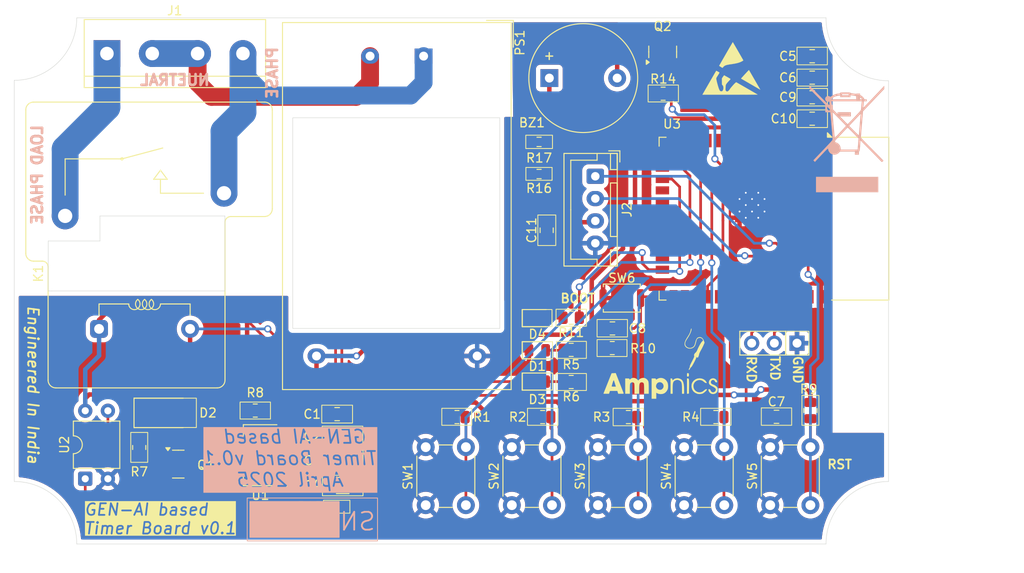
<source format=kicad_pcb>
(kicad_pcb (version 20241229) (generator "pcbnew") (generator_version "9.0")
  (layers (0 "F.Cu" signal) (2 "B.Cu" signal) (13 "F.Paste" user) (15 "B.Paste" user) (5 "F.SilkS" user "F.Silkscreen") (7 "B.SilkS" user "B.Silkscreen") (1 "F.Mask" user) (3 "B.Mask" user) (25 "Edge.Cuts" user))
  (net 0 "")
  (net 1 "BUZZ_5V")
  (net 2 "Net-(BZ1--)")
  (net 3 "GND")
  (net 4 "+5V")
  (net 5 "+3.3V")
  (net 6 "MCU_3V3")
  (net 7 "EN{slash}RESET")
  (net 8 "IO0{slash}BOOT")
  (net 9 "DSP_5V")
  (net 10 "Net-(D1-A)")
  (net 11 "RLY_5V")
  (net 12 "Net-(D2-A)")
  (net 13 "Net-(D3-A)")
  (net 14 "Net-(D4-A)")
  (net 15 "P")
  (net 16 "LOAD_P")
  (net 17 "N")
  (net 18 "SCL{slash}IO22")
  (net 19 "SDA{slash}IO21")
  (net 20 "RXD")
  (net 21 "TXD")
  (net 22 "Net-(Q1-B)")
  (net 23 "Net-(Q2-B)")
  (net 24 "S1{slash}IO12")
  (net 25 "S2{slash}IO13")
  (net 26 "S3{slash}IO14")
  (net 27 "S4{slash}IO27")
  (net 28 "Net-(R7-Pad1)")
  (net 29 "LED1{slash}IO2")
  (net 30 "BUZZ{slash}IO17")
  (net 31 "RLY{slash}IO18")
  (footprint "Button_Switch_THT:SW_PUSH_6mm" (layer "F.Cu") (at 126.75 120.6 90)
    (property "Reference" "SW2")
    (property "Value" "SW_Push")
  )
  (footprint "Resistor_SMD:R_0805_2012Metric" (layer "F.Cu") (at 160.2 110 90)
    (property "Reference" "R9")
    (property "Value" "10K")
  )
  (footprint "LED_SMD:LED_0805_2012Metric" (layer "F.Cu") (at 129.6 103.245)
    (property "Reference" "D1")
    (property "Value" "LED")
  )
  (footprint "Capacitor_SMD:C_0805_2012Metric" (layer "F.Cu") (at 107.175 110.4)
    (property "Reference" "C1")
    (property "Value" "0.1uF")
  )
  (footprint "Capacitor_SMD:C_0805_2012Metric" (layer "F.Cu") (at 160.4 77.3)
    (property "Reference" "C10")
    (property "Value" "0.1uF")
  )
  (footprint "TerminalBlock:TerminalBlock_bornier-4_P5.08mm" (layer "F.Cu") (at 81.38 70)
    (property "Reference" "J1")
    (property "Value" "Screw_Terminal_01x04")
  )
  (footprint "Diode_SMD:D_SMA" (layer "F.Cu") (at 87.925 110.2625)
    (property "Reference" "D2")
    (property "Value" "SS24")
  )
  (footprint "Buzzer_Beeper:Buzzer_12x9.5RM7.6" (layer "F.Cu") (at 130.95 72.75)
    (property "Reference" "BZ1")
    (property "Value" "Buzzer")
  )
  (footprint "Symbol:ESD-Logo_6.6x6mm_SilkScreen" (layer "F.Cu") (at 151.35 71.65)
    (property "Reference" "REF**" (hide yes))
    (property "Value" "ESD-Logo_6.6x6mm_SilkScreen" (hide yes))
  )
  (footprint "Resistor_SMD:R_0805_2012Metric" (layer "F.Cu") (at 133.4 106.8 180)
    (property "Reference" "R6")
    (property "Value" "1k")
  )
  (footprint "Resistor_SMD:R_0805_2012Metric" (layer "F.Cu") (at 120.6 110.73 180)
    (property "Reference" "R1")
    (property "Value" "10K")
  )
  (footprint "Connector_PinSocket_2.54mm:PinSocket_1x03_P2.54mm_Vertical" (layer "F.Cu") (at 158.7 102.45 -90)
    (property "Reference" "J3" (hide yes))
    (property "Value" "Conn_01x03_Pin")
  )
  (footprint "Button_Switch_SMD:SW_Push_SPST_NO_Alps_SKRK" (layer "F.Cu") (at 139.07 97.4)
    (property "Reference" "SW6")
    (property "Value" "SW_Push")
  )
  (footprint "Resistor_SMD:R_0603_1608Metric" (layer "F.Cu") (at 129.8 83.5)
    (property "Reference" "R16")
    (property "Value" "0R")
  )
  (footprint "Button_Switch_THT:SW_PUSH_6mm" (layer "F.Cu") (at 155.7 120.6 90)
    (property "Reference" "SW5")
    (property "Value" "SW_Push")
  )
  (footprint "Resistor_SMD:R_0805_2012Metric" (layer "F.Cu") (at 143.7 74.5)
    (property "Reference" "R14")
    (property "Value" "330R")
  )
  (footprint "LED_SMD:LED_0805_2012Metric" (layer "F.Cu") (at 129.6 106.755)
    (property "Reference" "D3")
    (property "Value" "LED")
  )
  (footprint "Logos:ampnics_20x20mm" (layer "F.Cu") (at 143.45 107.4)
    (property "Reference" "G***" (hide yes))
    (property "Value" "LOGO" (hide yes))
  )
  (footprint "Converter_ACDC:Converter_ACDC_Hi-Link_HLK-5Mxx" (layer "F.Cu") (at 116.8625 70.2875 -90)
    (property "Reference" "PS1")
    (property "Value" "HLK-5M05")
  )
  (footprint "LED_SMD:LED_0805_2012Metric" (layer "F.Cu") (at 129.6 99.645)
    (property "Reference" "D4")
    (property "Value" "LED")
  )
  (footprint "Capacitor_SMD:C_0805_2012Metric" (layer "F.Cu") (at 130.65 89.8 90)
    (property "Reference" "C11")
    (property "Value" "0.1uF")
  )
  (footprint "Package_TO_SOT_SMD:SOT-23" (layer "F.Cu") (at 89.375 116)
    (property "Reference" "Q1")
    (property "Value" "MMBT2222A")
  )
  (footprint "Capacitor_SMD:C_1206_3216Metric" (layer "F.Cu") (at 107.775 112.9)
    (property "Reference" "C2")
    (property "Value" "10uF/25V")
  )
  (footprint "Capacitor_SMD:C_0805_2012Metric" (layer "F.Cu") (at 160.4 70.3)
    (property "Reference" "C5")
    (property "Value" "0.1uF")
  )
  (footprint "RF_Module:ESP32-WROOM-32D" (layer "F.Cu") (at 153.13 88.5 -90)
    (property "Reference" "U3")
    (property "Value" "ESP32-WROOM-32D")
  )
  (footprint "Capacitor_SMD:C_1206_3216Metric" (layer "F.Cu") (at 107.8 118.4)
    (property "Reference" "C4")
    (property "Value" "10uF")
  )
  (footprint "Button_Switch_THT:SW_PUSH_6mm" (layer "F.Cu") (at 117.1 120.6 90)
    (property "Reference" "SW1")
    (property "Value" "SW_Push")
  )
  (footprint "Capacitor_SMD:C_1206_3216Metric" (layer "F.Cu") (at 107.8 115.6)
    (property "Reference" "C3")
    (property "Value" "10uF")
  )
  (footprint "Button_Switch_THT:SW_PUSH_6mm" (layer "F.Cu") (at 146.05 120.6 90)
    (property "Reference" "SW4")
    (property "Value" "SW_Push")
  )
  (footprint "Capacitor_SMD:C_0805_2012Metric" (layer "F.Cu") (at 160.4 74.9)
    (property "Reference" "C9")
    (property "Value" "0.1uF")
  )
  (footprint "Relay_THT:Relay_SPST_RAYEX-L90AS" (layer "F.Cu") (at 85.6 103.39 90)
    (property "Reference" "K1")
    (property "Value" "RAYEX-L90AS")
  )
  (footprint "Capacitor_SMD:C_0805_2012Metric" (layer "F.Cu") (at 160.4 72.7)
    (property "Reference" "C6")
    (property "Value" "0.1uF")
  )
  (footprint "Package_TO_SOT_SMD:SOT-23" (layer "F.Cu") (at 143.65 69.8125 90)
    (property "Reference" "Q2")
    (property "Value" "MMBT2222A")
  )
  (footprint "Resistor_SMD:R_0805_2012Metric" (layer "F.Cu") (at 149.6 110.73 180)
    (property "Reference" "R4")
    (property "Value" "10K")
  )
  (footprint "Resistor_SMD:R_0805_2012Metric" (layer "F.Cu") (at 133.4 103.2 180)
    (property "Reference" "R5")
    (property "Value" "2K2")
  )
  (footprint "Capacitor_SMD:C_0805_2012Metric" (layer "F.Cu") (at 138.02 100.8)
    (property "Reference" "C8")
    (property "Value" "0.1uF")
  )
  (footprint "Resistor_SMD:R_0805_2012Metric" (layer "F.Cu") (at 133.4 99.6 180)
    (property "Reference" "R11")
    (property "Value" "1K")
  )
  (footprint "Resistor_SMD:R_0603_1608Metric" (layer "F.Cu") (at 129.8 79.9)
    (property "Reference" "R17")
    (property "Value" "0R")
  )
  (footprint "Package_TO_SOT_SMD:SOT-223-3_TabPin2" (layer "F.Cu") (at 98.575 115 180)
    (property "Reference" "U1")
    (property "Value" "AMS1117-3.3")
  )
  (footprint "Resistor_SMD:R_0805_2012Metric" (layer "F.Cu") (at 98 110 180)
    (property "Reference" "R8")
    (property "Value" "0R")
  )
  (footprint "Package_DIP:DIP-4_W7.62mm" (layer "F.Cu") (at 78.95 117.6425 90)
    (property "Reference" "U2")
    (property "Value" "PC817")
  )
  (footprint "Resistor_SMD:R_0805_2012Metric" (layer "F.Cu") (at 85 114.1375 -90)
    (property "Reference" "R7")
    (property "Value" "1k")
  )
  (footprint "Button_Switch_THT:SW_PUSH_6mm" (layer "F.Cu") (at 136.4 120.6 90)
    (property "Reference" "SW3")
    (property "Value" "SW_Push")
  )
  (footprint "Capacitor_SMD:C_0805_2012Metric" (layer "F.Cu") (at 156.4 110.7)
    (property "Reference" "C7")
    (property "Value" "0.1uF")
  )
  (footprint "Resistor_SMD:R_0603_1608Metric" (layer "F.Cu") (at 107.15 120.8)
    (property "Reference" "R15")
    (property "Value" "0R")
  )
  (footprint "Resistor_SMD:R_0805_2012Metric" (layer "F.Cu") (at 130.2 110.73 180)
    (property "Reference" "R2")
    (property "Value" "10K")
  )
  (footprint "Resistor_SMD:R_0805_2012Metric" (layer "F.Cu") (at 139.8 110.73 180)
    (property "Reference" "R3")
    (property "Value" "10K")
  )
  (footprint "Resistor_SMD:R_0805_2012Metric" (layer "F.Cu") (at 138 103 180)
    (property "Reference" "R10")
    (property "Value" "10K")
  )
  (footprint "Connector_JST:JST_XH_B4B-XH-A_1x04_P2.50mm_Vertical" (layer "F.Cu") (at 136.1 83.75 -90)
    (property "Reference" "J2")
    (property "Value" "Conn_01x04_Pin")
  )
  (footprint "Symbol:WEEE-Logo_8.4x12mm_SilkScreen" (layer "B.Cu") (at 164.29 79.56 180)
    (property "Reference" "REF**" (hide yes))
    (property "Value" "WEEE-Logo_8.4x12mm_SilkScreen" (hide yes))
  )
  (gr_rect (start 105.45 109.4) (end 108.9 111.4) (stroke (width 0.1)) (fill no) (layer "F.SilkS"))
  (gr_rect (start 158.7 71.75) (end 162.11 73.65) (stroke (width 0.1)) (fill no) (layer "F.SilkS"))
  (gr_rect (start 129.66 88.09) (end 131.67 91.51) (stroke (width 0.1)) (fill no) (layer "F.SilkS"))
  (gr_rect (start 154.7 109.7) (end 158.1 111.65) (stroke (width 0.1)) (fill no) (layer "F.SilkS"))
  (gr_rect (start 157.43 101.12) (end 160.03 103.78) (stroke (width 0.1)) (fill no) (layer "F.SilkS"))
  (gr_rect (start 136.3 102.05) (end 139.65 103.95) (stroke (width 0.1)) (fill no) (layer "F.SilkS"))
  (gr_rect (start 128.5 109.75) (end 131.9 111.65) (stroke (width 0.1)) (fill no) (layer "F.SilkS"))
  (gr_rect (start 105.525 114.45) (end 110.075 116.75) (stroke (width 0.1)) (fill no) (layer "F.SilkS"))
  (gr_rect (start 96.3 109.05) (end 99.7 110.95) (stroke (width 0.1)) (fill no) (layer "F.SilkS"))
  (gr_rect (start 159.25 108.3) (end 161.15 111.65) (stroke (width 0.1)) (fill no) (layer "F.SilkS"))
  (gr_rect (start 131.75 102.25) (end 135.1 104.15) (stroke (width 0.1)) (fill no) (layer "F.SilkS"))
  (gr_rect (start 142.02 73.53) (end 145.41 75.42) (stroke (width 0.1)) (fill no) (layer "F.SilkS"))
  (gr_rect (start 127.915 98.685) (end 131.25 100.6) (stroke (width 0.1)) (fill no) (layer "F.SilkS"))
  (gr_rect (start 158.7 73.91) (end 162.11 75.87) (stroke (width 0.1)) (fill no) (layer "F.SilkS"))
  (gr_rect (start 138.1 109.75) (end 141.5 111.7) (stroke (width 0.1)) (fill no) (layer "F.SilkS"))
  (gr_rect (start 118.9 109.75) (end 122.25 111.65) (stroke (width 0.1)) (fill no) (layer "F.SilkS"))
  (gr_rect (start 147.9 109.75) (end 151.3 111.65) (stroke (width 0.1)) (fill no) (layer "F.SilkS"))
  (gr_rect (start 128.31 79.15) (end 131.3 80.64) (stroke (width 0.1)) (fill no) (layer "F.SilkS"))
  (gr_rect (start 105.65 120.05) (end 108.6 121.5) (stroke (width 0.1)) (fill no) (layer "F.SilkS"))
  (gr_rect (start 105.525 117.25) (end 110.075 119.55) (stroke (width 0.1)) (fill no) (layer "F.SilkS"))
  (gr_rect (start 127.915 102.285) (end 131.3 104.2) (stroke (width 0.1)) (fill no) (layer "F.SilkS"))
  (gr_rect (start 131.7 98.65) (end 135.1 100.55) (stroke (width 0.1)) (fill no) (layer "F.SilkS"))
  (gr_rect (start 127.915 105.795) (end 131.3 107.7) (stroke (width 0.1)) (fill no) (layer "F.SilkS"))
  (gr_rect (start 136.3 99.8) (end 139.7 101.75) (stroke (width 0.1)) (fill no) (layer "F.SilkS"))
  (gr_rect (start 105.5 111.75) (end 110.05 114.05) (stroke (width 0.1)) (fill no) (layer "F.SilkS"))
  (gr_rect (start 158.7 76.31) (end 162.11 78.29) (stroke (width 0.1)) (fill no) (layer "F.SilkS"))
  (gr_rect (start 84.05 112.45) (end 85.95 115.8) (stroke (width 0.1)) (fill no) (layer "F.SilkS"))
  (gr_rect (start 131.7 105.85) (end 135.1 107.75) (stroke (width 0.1)) (fill no) (layer "F.SilkS"))
  (gr_rect (start 128.32 82.76) (end 131.26 84.2) (stroke (width 0.1)) (fill no) (layer "F.SilkS"))
  (gr_rect (start 84.415 108.6125) (end 91.4 111.9) (stroke (width 0.1)) (fill no) (layer "F.SilkS"))
  (gr_rect (start 158.7 69.29) (end 162.1 71.26) (stroke (width 0.1)) (fill no) (layer "F.SilkS"))
  (gr_rect (start 97.4 120.2) (end 107.4 124.2) (stroke (width 0.1)) (fill yes) (layer "B.SilkS"))
  (gr_rect (start 97.1 119.8) (end 111.7 124.6) (stroke (width 0.1)) (fill no) (layer "B.SilkS"))
  (gr_arc (start 161.949747 124.949747) (mid 164 120) (end 168.949747 117.949747) (stroke (width 0.05)) (layer "Edge.Cuts"))
  (gr_line (start 75.2 96.6) (end 74.8 96.6) (stroke (width 0.05)) (layer "Edge.Cuts"))
  (gr_line (start 80.6 88.2) (end 94.6 88.2) (stroke (width 0.05)) (layer "Edge.Cuts"))
  (gr_line (start 94.6 88.2) (end 94.6 96.6) (stroke (width 0.05)) (layer "Edge.Cuts"))
  (gr_line (start 80.6 91) (end 74.8 91) (stroke (width 0.05)) (layer "Edge.Cuts"))
  (gr_rect (start 102.2 77.2) (end 125.4 100.8) (stroke (width 0.05)) (fill no) (layer "Edge.Cuts"))
  (gr_arc (start 78 66) (mid 75.949747 70.949747) (end 71 73) (stroke (width 0.05)) (layer "Edge.Cuts"))
  (gr_line (start 74.8 91) (end 74.8 96.6) (stroke (width 0.05)) (layer "Edge.Cuts"))
  (gr_line (start 71 73) (end 71 117.949747) (stroke (width 0.05)) (layer "Edge.Cuts"))
  (gr_arc (start 168.949747 73.050252) (mid 163.982265 70.982201) (end 161.949928 66) (stroke (width 0.05)) (layer "Edge.Cuts"))
  (gr_line (start 94.6 96.6) (end 75.2 96.6) (stroke (width 0.05)) (layer "Edge.Cuts"))
  (gr_arc (start 71 117.949747) (mid 75.949747 120) (end 78 124.949747) (stroke (width 0.05)) (layer "Edge.Cuts"))
  (gr_line (start 78.000002 124.949747) (end 161.949747 124.949747) (stroke (width 0.05)) (layer "Edge.Cuts"))
  (gr_line (start 168.94975 117.949747) (end 168.949747 73.050253) (stroke (width 0.05)) (layer "Edge.Cuts"))
  (gr_line (start 80.6 88.2) (end 80.6 91) (stroke (width 0.05)) (layer "Edge.Cuts"))
  (gr_line (start 78 66) (end 161.949928 66) (stroke (width 0.05)) (layer "Edge.Cuts"))
  (gr_text "RST" (at 161.99 116.62 0) (layer "F.SilkS") (effects (font (size 1 1) (thickness 0.2) (bold yes)) (justify left bottom)))
  (gr_text "Engineered In India" (at 72.4 98.15 270) (layer "F.SilkS") (effects (font (size 1.2 1.2) (thickness 0.2) (bold yes) (italic yes)) (justify left bottom)))
  (gr_text "GND" (at 158.2 103.78 270) (layer "F.SilkS") (effects (font (size 1 1) (thickness 0.2) (bold yes)) (justify left bottom)))
  (gr_text "BOOT" (at 132.09 98.02 0) (layer "F.SilkS") (effects (font (size 1 1) (thickness 0.2) (bold yes)) (justify left bottom)))
  (gr_text "GEN-AI based \nTimer Board v0.1" (at 78.75 123.95 0) (layer "F.SilkS" knockout) (effects (font (size 1.3 1.3) (thickness 0.2) (bold yes) (italic yes)) (justify left bottom)))
  (gr_text "RXD\n" (at 153 103.78 270) (layer "F.SilkS") (effects (font (size 1 1) (thickness 0.2) (bold yes)) (justify left bottom)))
  (gr_text "TXD" (at 155.65 103.78 270) (layer "F.SilkS") (effects (font (size 1 1) (thickness 0.2) (bold yes)) (justify left bottom)))
  (gr_text "LOAD PHASE" (at 74.27 77.85 90) (layer "B.SilkS") (effects (font (size 1.2 1.2) (thickness 0.3) (bold yes)) (justify left bottom mirror)))
  (gr_text "NUETRAL" (at 93.05 73.67 0) (layer "B.SilkS") (effects (font (size 1.2 1.2) (thickness 0.3) (bold yes)) (justify left bottom mirror)))
  (gr_text "GEN-AI based \nTimer Board v0.1\nApril 2025" (at 101.945 118.64 0) (layer "B.SilkS" knockout) (effects (font (size 1.5 1.5) (thickness 0.2) (bold yes) (italic yes)) (justify bottom mirror)))
  (gr_text "SN" (at 111.6 123.6 -0) (layer "B.SilkS") (effects (font (size 2 2) (thickness 0.2) (bold yes)) (justify left bottom mirror)))
  (gr_text "PHASE" (at 100.6 69.12 90) (layer "B.SilkS") (effects (font (size 1.2 1.2) (thickness 0.3) (bold yes)) (justify left bottom mirror)))
  (segment (start 130.95 72.75) (end 130.95 78.25) (width 0.5) (layer "F.Cu") (net 1))
  (segment (start 130.625 78.575) (end 130.625 79.9) (width 0.5) (layer "F.Cu") (net 1))
  (segment (start 130.95 78.25) (end 130.625 78.575) (width 0.5) (layer "F.Cu") (net 1))
  (segment (start 138.55 67.9) (end 138.55 72.75) (width 0.5) (layer "F.Cu") (net 2))
  (segment (start 143.65 68.875) (end 143.65 67.8) (width 0.5) (layer "F.Cu") (net 2))
  (segment (start 139.3 67.15) (end 138.55 67.9) (width 0.5) (layer "F.Cu") (net 2))
  (segment (start 143.65 67.8) (end 143 67.15) (width 0.5) (layer "F.Cu") (net 2))
  (segment (start 143 67.15) (end 139.3 67.15) (width 0.5) (layer "F.Cu") (net 2))
  (segment (start 125.8 102) (end 126.8 101) (width 0.5) (layer "F.Cu") (net 4))
  (segment (start 104.8625 106.8625) (end 106.325 108.325) (width 0.5) (layer "F.Cu") (net 4))
  (segment (start 101.725 112.7) (end 105 112.7) (width 0.5) (layer "F.Cu") (net 4))
  (segment (start 105 112.7) (end 105.2 112.9) (width 0.5) (layer "F.Cu") (net 4))
  (segment (start 105.2 112.9) (end 106.3 112.9) (width 0.5) (layer "F.Cu") (net 4))
  (segment (start 126.8 101) (end 126.8 98.05) (width 0.5) (layer "F.Cu") (net 4))
  (segment (start 126.8 101) (end 127.3 101.5) (width 0.5) (layer "F.Cu") (net 4))
  (segment (start 126.8 98.05) (end 128.975 95.875) (width 0.5) (layer "F.Cu") (net 4))
  (segment (start 133.65 101.5) (end 134.3 102.15) (width 0.5) (layer "F.Cu") (net 4))
  (segment (start 99.9 112.7) (end 101.725 112.7) (width 0.5) (layer "F.Cu") (net 4))
  (segment (start 128.975 79.9) (end 128.975 83.5) (width 0.5) (layer "F.Cu") (net 4))
  (segment (start 128.975 95.875) (end 128.975 83.5) (width 0.5) (layer "F.Cu") (net 4))
  (segment (start 109.3375 103.8875) (end 109.4 103.95) (width 0.5) (layer "F.Cu") (net 4))
  (segment (start 104.8625 103.8875) (end 104.8625 106.8625) (width 0.5) (layer "F.Cu") (net 4))
  (segment (start 98.9125 111.7125) (end 99.9 112.7) (width 0.5) (layer "F.Cu") (net 4))
  (segment (start 106.325 108.325) (end 106.325 115.6) (width 0.5) (layer "F.Cu") (net 4))
  (segment (start 111.35 102) (end 125.8 102) (width 0.5) (layer "F.Cu") (net 4))
  (segment (start 127.3 101.5) (end 133.65 101.5) (width 0.5) (layer "F.Cu") (net 4))
  (segment (start 134.3 102.15) (end 134.3125 102.1375) (width 0.5) (layer "F.Cu") (net 4))
  (segment (start 98.9125 110) (end 98.9125 111.7125) (width 0.5) (layer "F.Cu") (net 4))
  (segment (start 134.3125 102.1375) (end 134.3125 103.2) (width 0.5) (layer "F.Cu") (net 4))
  (segment (start 109.4 103.95) (end 111.35 102) (width 0.5) (layer "F.Cu") (net 4))
  (via (at 109.3375 103.8875) (size 0.8) (drill 0.5) (layers "F.Cu" "B.Cu") (net 4))
  (segment (start 109.3375 103.8875) (end 104.8625 103.8875) (width 0.5) (layer "B.Cu") (net 4))
  (segment (start 106.425 120.8) (end 106.3 120.675) (width 0.5) (layer "F.Cu") (net 5))
  (segment (start 103.45 115) (end 104.45 116) (width 0.5) (layer "F.Cu") (net 5))
  (segment (start 101.725 115) (end 103.45 115) (width 0.5) (layer "F.Cu") (net 5))
  (segment (start 104.45 117.5) (end 105.35 118.4) (width 0.5) (layer "F.Cu") (net 5))
  (segment (start 104.45 116) (end 104.45 117.5) (width 0.5) (layer "F.Cu") (net 5))
  (segment (start 101.725 115) (end 95.425 115) (width 0.5) (layer "F.Cu") (net 5))
  (segment (start 106.3 120.675) (end 106.3 118.425) (width 0.5) (layer "F.Cu") (net 5))
  (segment (start 106.3 118.425) (end 106.325 118.4) (width 0.5) (layer "F.Cu") (net 5))
  (segment (start 105.35 118.4) (end 106.325 118.4) (width 0.5) (layer "F.Cu") (net 5))
  (segment (start 159.75 107.65) (end 154.65 107.65) (width 0.5) (layer "F.Cu") (net 6))
  (segment (start 140.55 78.95) (end 142.2 77.3) (width 0.5) (layer "F.Cu") (net 6))
  (segment (start 137.0875 103) (end 136.4 103) (width 0.5) (layer "F.Cu") (net 6))
  (segment (start 148.6875 110.73) (end 148.6875 109.0125) (width 0.5) (layer "F.Cu") (net 6))
  (segment (start 129.2875 109.5125) (end 129.2875 110.73) (width 0.5) (layer "F.Cu") (net 6))
  (segment (start 122.7 109.1) (end 120.15 109.1) (width 0.5) (layer "F.Cu") (net 6))
  (segment (start 124.33 110.73) (end 122.7 109.1) (width 0.5) (layer "F.Cu") (net 6))
  (segment (start 139.2 88.45) (end 140.55 87.1) (width 0.5) (layer "F.Cu") (net 6))
  (segment (start 160.11 78.46) (end 160.11 79.75) (width 0.5) (layer "F.Cu") (net 6))
  (segment (start 120.15 109.1) (end 119.6875 109.5625) (width 0.5) (layer "F.Cu") (net 6))
  (segment (start 131.8 109) (end 129.8 109) (width 0.5) (layer "F.Cu") (net 6))
  (segment (start 138.8875 109.6125) (end 138.8875 110.73) (width 0.5) (layer "F.Cu") (net 6))
  (segment (start 113.5 119.2) (end 111.9 120.8) (width 0.5) (layer "F.Cu") (net 6))
  (segment (start 114.97 110.73) (end 113.5 112.2) (width 0.5) (layer "F.Cu") (net 6))
  (segment (start 159.45 70.3) (end 159.45 77.3) (width 0.5) (layer "F.Cu") (net 6))
  (segment (start 159.45 77.3) (end 159.45 77.8) (width 0.5) (layer "F.Cu") (net 6))
  (segment (start 160.2 109.0875) (end 160.2 108.1) (width 0.5) (layer "F.Cu") (net 6))
  (segment (start 111.9 120.8) (end 107.975 120.8) (width 0.5) (layer "F.Cu") (net 6))
  (segment (start 154.65 107.65) (end 154.6 107.65) (width 0.5) (layer "F.Cu") (net 6))
  (segment (start 119.6875 110.73) (end 114.97 110.73) (width 0.5) (layer "F.Cu") (net 6))
  (segment (start 129.2875 110.73) (end 124.33 110.73) (width 0.5) (layer "F.Cu") (net 6))
  (segment (start 149.45 108.25) (end 151.65 108.25) (width 0.5) (layer "F.Cu") (net 6))
  (segment (start 148.6875 110.73) (end 143.83 110.73) (width 0.5) (layer "F.Cu") (net 6))
  (segment (start 138.8875 110.73) (end 133.53 110.73) (width 0.5) (layer "F.Cu") (net 6))
  (segment (start 139.2 91.85) (end 139.2 88.45) (width 0.5) (layer "F.Cu") (net 6))
  (segment (start 137.0875 106.4875) (end 139.55 108.95) (width 0.5) (layer "F.Cu") (net 6))
  (segment (start 137.0875 103) (end 137.0875 106.4875) (width 0.5) (layer "F.Cu") (net 6))
  (segment (start 113.5 112.2) (end 113.5 119.2) (width 0.5) (layer "F.Cu") (net 6))
  (segment (start 139.55 108.95) (end 138.8875 109.6125) (width 0.5) (layer "F.Cu") (net 6))
  (segment (start 140.55 87.1) (end 140.55 78.95) (width 0.5) (layer "F.Cu") (net 6))
  (segment (start 142.05 108.95) (end 139.55 108.95) (width 0.5) (layer "F.Cu") (net 6))
  (segment (start 143.83 110.73) (end 142.05 108.95) (width 0.5) (layer "F.Cu") (net 6))
  (segment (start 129.8 109) (end 129.2875 109.5125) (width 0.5) (layer "F.Cu") (net 6))
  (segment (start 148.6875 109.0125) (end 149.1 108.6) (width 0.5) (layer "F.Cu") (net 6))
  (segment (start 135.7 102.3) (end 135.7 95.35) (width 0.5) (layer "F.Cu") (net 6))
  (segment (start 159.45 77.8) (end 160.11 78.46) (width 0.5) (layer "F.Cu") (net 6))
  (segment (start 159.85 107.75) (end 159.75 107.65) (width 0.5) (layer "F.Cu") (net 6))
  (segment (start 135.7 95.35) (end 139.2 91.85) (width 0.5) (layer "F.Cu") (net 6))
  (segment (start 119.6875 109.5625) (end 119.6875 110.73) (width 0.5) (layer "F.Cu") (net 6))
  (segment (start 136.4 103) (end 135.7 102.3) (width 0.5) (layer "F.Cu") (net 6))
  (segment (start 160.2 108.1) (end 159.85 107.75) (width 0.5) (layer "F.Cu") (net 6))
  (segment (start 133.53 110.73) (end 131.8 109) (width 0.5) (layer "F.Cu") (net 6))
  (segment (start 149.1 108.6) (end 149.45 108.25) (width 0.5) (layer "F.Cu") (net 6))
  (segment (start 142.2 77.3) (end 159.45 77.3) (width 0.5) (layer "F.Cu") (net 6))
  (via (at 151.65 108.25) (size 0.8) (drill 0.5) (layers "F.Cu" "B.Cu") (net 6))
  (via (at 154.65 107.65) (size 0.8) (drill 0.5) (layers "F.Cu" "B.Cu") (net 6))
  (segment (start 154.05 108.25) (end 154.65 107.65) (width 0.5) (layer "B.Cu") (net 6))
  (segment (start 151.65 108.25) (end 154.05 108.25) (width 0.5) (layer "B.Cu") (net 6))
  (segment (start 158.65 110.7) (end 157.35 110.7) (width 0.3) (layer "F.Cu") (net 7))
  (segment (start 158.84 79.75) (end 158.84 91.79) (width 0.3) (layer "F.Cu") (net 7))
  (segment (start 159.8 92.75) (end 159.95 92.9) (width 0.3) (layer "F.Cu") (net 7))
  (segment (start 160.2 110.9125) (end 158.8625 110.9125) (width 0.3) (layer "F.Cu") (net 7))
  (segment (start 158.8625 110.9125) (end 158.65 110.7) (width 0.3) (layer "F.Cu") (net 7))
  (segment (start 158.84 91.79) (end 159.8 92.75) (width 0.3) (layer "F.Cu") (net 7))
  (segment (start 160.2 114.1) (end 160.2 110.9125) (width 0.3) (layer "F.Cu") (net 7))
  (segment (start 159.95 92.9) (end 159.95 94.75) (width 0.3) (layer "F.Cu") (net 7))
  (via (at 159.95 94.75) (size 0.8) (drill 0.5) (layers "F.Cu" "B.Cu") (net 7))
  (segment (start 160.2 105) (end 161.05 104.15) (width 0.3) (layer "B.Cu") (net 7))
  (segment (start 161.05 104.15) (end 161.05 95.85) (width 0.3) (layer "B.Cu") (net 7))
  (segment (start 161.05 95.85) (end 159.95 94.75) (width 0.3) (layer "B.Cu") (net 7))
  (segment (start 160.2 114.1) (end 160.2 105) (width 0.3) (layer "B.Cu") (net 7))
  (segment (start 160.2 114.1) (end 160.2 120.6) (width 0.3) (layer "B.Cu") (net 7))
  (segment (start 141.32 97.25) (end 141.17 97.4) (width 0.3) (layer "F.Cu") (net 8))
  (segment (start 141.17 100.08) (end 141.17 97.4) (width 0.3) (layer "F.Cu") (net 8))
  (segment (start 144.87 97.25) (end 141.32 97.25) (width 0.3) (layer "F.Cu") (net 8))
  (segment (start 138.9125 100.8575) (end 138.97 100.8) (width 0.3) (layer "F.Cu") (net 8))
  (segment (start 140.45 100.8) (end 141.17 100.08) (width 0.3) (layer "F.Cu") (net 8))
  (segment (start 138.97 100.8) (end 140.45 100.8) (width 0.3) (layer "F.Cu") (net 8))
  (segment (start 138.9125 103) (end 138.9125 100.8575) (width 0.3) (layer "F.Cu") (net 8))
  (segment (start 130.625 88.825) (end 130.65 88.85) (width 0.5) (layer "F.Cu") (net 9))
  (segment (start 130.625 83.5) (end 130.625 88.825) (width 0.5) (layer "F.Cu") (net 9))
  (segment (start 130.65 88.85) (end 130.7 88.9) (width 0.5) (layer "F.Cu") (net 9))
  (segment (start 135.95 88.9) (end 136.1 88.75) (width 0.5) (layer "F.Cu") (net 9))
  (segment (start 130.7 88.9) (end 135.95 88.9) (width 0.5) (layer "F.Cu") (net 9))
  (segment (start 132.4425 103.245) (end 132.4875 103.2) (width 0.3) (layer "F.Cu") (net 10))
  (segment (start 130.5375 103.245) (end 132.4425 103.245) (width 0.3) (layer "F.Cu") (net 10))
  (segment (start 97.0875 100.25) (end 97.0875 100.0375) (width 0.5) (layer "F.Cu") (net 11))
  (segment (start 97.0875 110) (end 97.0875 100.25) (width 0.5) (layer "F.Cu") (net 11))
  (segment (start 80.5 99.85) (end 80.5 100.85) (width 0.5) (layer "F.Cu") (net 11))
  (segment (start 133.65 108.3) (end 108.75 108.3) (width 0.3) (layer "F.Cu") (net 11))
  (segment (start 79.4 108.2) (end 78.95 108.65) (width 0.5) (layer "F.Cu") (net 11))
  (segment (start 134.3125 106.8) (end 134.3125 107.6375) (width 0.3) (layer "F.Cu") (net 11))
  (segment (start 83.95 109.7) (end 83.95 108.75) (width 0.5) (layer "F.Cu") (net 11))
  (segment (start 107 106.55) (end 107 102.8) (width 0.3) (layer "F.Cu") (net 11))
  (segment (start 85.925 110.2625) (end 84.5125 110.2625) (width 0.5) (layer "F.Cu") (net 11))
  (segment (start 83.4 108.2) (end 79.4 108.2) (width 0.5) (layer "F.Cu") (net 11))
  (segment (start 108.75 108.3) (end 107 106.55) (width 0.3) (layer "F.Cu") (net 11))
  (segment (start 95.4 98.35) (end 82 98.35) (width 0.5) (layer "F.Cu") (net 11))
  (segment (start 83.95 108.75) (end 83.4 108.2) (width 0.5) (layer "F.Cu") (net 11))
  (segment (start 97.2375 100.0375) (end 97.0875 100.0375) (width 0.3) (layer "F.Cu") (net 11))
  (segment (start 84.5125 110.2625) (end 83.95 109.7) (width 0.5) (layer "F.Cu") (net 11))
  (segment (start 97.0875 100.0375) (end 95.4 98.35) (width 0.5) (layer "F.Cu") (net 11))
  (segment (start 82 98.35) (end 80.5 99.85) (width 0.5) (layer "F.Cu") (net 11))
  (segment (start 99.55 102.35) (end 97.2375 100.0375) (width 0.3) (layer "F.Cu") (net 11))
  (segment (start 106.55 102.35) (end 99.55 102.35) (width 0.3) (layer "F.Cu") (net 11))
  (segment (start 107 102.8) (end 106.55 102.35) (width 0.3) (layer "F.Cu") (net 11))
  (segment (start 78.95 108.65) (end 78.95 110.0225) (width 0.5) (layer "F.Cu") (net 11))
  (segment (start 134.3125 107.6375) (end 133.65 108.3) (width 0.3) (layer "F.Cu") (net 11))
  (segment (start 78.95 105.4) (end 80.5 103.85) (width 0.5) (layer "B.Cu") (net 11))
  (segment (start 80.5 103.85) (end 80.5 100.85) (width 0.5) (layer "B.Cu") (net 11))
  (segment (start 78.95 110.0225) (end 78.95 105.4) (width 0.5) (layer "B.Cu") (net 11))
  (segment (start 89.925 110.2625) (end 89.925 104.475) (width 0.5) (layer "F.Cu") (net 12))
  (segment (start 89.925 111.975) (end 89.925 110.2625) (width 0.3) (layer "F.Cu") (net 12))
  (segment (start 106.775 101.6) (end 107.7 102.525) (width 0.3) (layer "F.Cu") (net 12))
  (segment (start 91.7 113.75) (end 89.925 111.975) (width 0.3) (layer "F.Cu") (net 12))
  (segment (start 90.7 103.7) (end 90.7 100.85) (width 0.5) (layer "F.Cu") (net 12))
  (segment (start 107.7 106.05) (end 108.405 106.755) (width 0.3) (layer "F.Cu") (net 12))
  (segment (start 90.3125 116) (end 91.15 116) (width 0.3) (layer "F.Cu") (net 12))
  (segment (start 89.925 104.475) (end 90.7 103.7) (width 0.5) (layer "F.Cu") (net 12))
  (segment (start 100.15 101.6) (end 106.775 101.6) (width 0.3) (layer "F.Cu") (net 12))
  (segment (start 99.4 100.85) (end 99.2 100.85) (width 0.3) (layer "F.Cu") (net 12))
  (segment (start 108.405 106.755) (end 128.6625 106.755) (width 0.3) (layer "F.Cu") (net 12))
  (segment (start 91.7 115.45) (end 91.7 113.75) (width 0.3) (layer "F.Cu") (net 12))
  (segment (start 107.7 102.525) (end 107.7 106.05) (width 0.3) (layer "F.Cu") (net 12))
  (segment (start 99.4 100.85) (end 100.15 101.6) (width 0.3) (layer "F.Cu") (net 12))
  (segment (start 91.15 116) (end 91.7 115.45) (width 0.3) (layer "F.Cu") (net 12))
  (via (at 99.4 100.85) (size 0.8) (drill 0.5) (layers "F.Cu" "B.Cu") (net 12))
  (segment (start 99.4 100.85) (end 90.7 100.85) (width 0.3) (layer "B.Cu") (net 12))
  (segment (start 130.5375 106.755) (end 132.4425 106.755) (width 0.3) (layer "F.Cu") (net 13))
  (segment (start 132.4425 106.755) (end 132.4875 106.8) (width 0.3) (layer "F.Cu") (net 13))
  (segment (start 130.5375 99.645) (end 132.4425 99.645) (width 0.3) (layer "F.Cu") (net 14))
  (segment (start 132.4425 99.645) (end 132.4875 99.6) (width 0.3) (layer "F.Cu") (net 14))
  (segment (start 115.4 74.7) (end 99.12 74.7) (width 2) (layer "B.Cu") (net 15))
  (segment (start 116.8625 70.2875) (end 116.8625 73.2375) (width 2) (layer "B.Cu") (net 15))
  (segment (start 96.62 72.2) (end 96.62 70) (width 2) (layer "B.Cu") (net 15))
  (segment (start 99.12 74.7) (end 96.62 72.2) (width 2) (layer "B.Cu") (net 15))
  (segment (start 94.5 78.7) (end 94.5 85.65) (width 3) (layer "B.Cu") (net 15))
  (segment (start 116.8625 73.2375) (end 115.4 74.7) (width 2) (layer "B.Cu") (net 15))
  (segment (start 96.62 76.58) (end 94.5 78.7) (width 3) (layer "B.Cu") (net 15))
  (segment (start 96.62 70) (end 96.62 76.58) (width 3) (layer "B.Cu") (net 15))
  (segment (start 81.38 76.02) (end 76.7 80.7) (width 3) (layer "B.Cu") (net 16))
  (segment (start 81.38 70) (end 81.38 76.02) (width 3) (layer "B.Cu") (net 16))
  (segment (start 76.7 80.7) (end 76.7 88.19) (width 3) (layer "B.Cu") (net 16))
  (segment (start 110.8625 70.2875) (end 110.8625 73.2875) (width 2) (layer "F.Cu") (net 17))
  (segment (start 109.3 74.85) (end 93.1 74.85) (width 2) (layer "F.Cu") (net 17))
  (segment (start 91.54 73.29) (end 91.54 70) (width 2) (layer "F.Cu") (net 17))
  (segment (start 93.1 74.85) (end 91.54 73.29) (width 2) (layer "F.Cu") (net 17))
  (segment (start 110.8625 73.2875) (end 109.3 74.85) (width 2) (layer "F.Cu") (net 17))
  (segment (start 86.46 70) (end 91.54 70) (width 3) (layer "B.Cu") (net 17))
  (segment (start 155.6 91.25) (end 155.55 91.3) (width 0.3) (layer "F.Cu") (net 18))
  (segment (start 158.84 93.74) (end 156.35 91.25) (width 0.3) (layer "F.Cu") (net 18))
  (segment (start 158.84 97.25) (end 158.84 93.74) (width 0.3) (layer "F.Cu") (net 18))
  (segment (start 156.35 91.25) (end 155.6 91.25) (width 0.3) (layer "F.Cu") (net 18))
  (via (at 155.6 91.25) (size 0.8) (drill 0.5) (layers "F.Cu" "B.Cu") (net 18))
  (segment (start 153.9 91.25) (end 155.6 91.25) (width 0.3) (layer "B.Cu") (net 18))
  (segment (start 152.55 89.9) (end 153.9 91.25) (width 0.3) (layer "B.Cu") (net 18))
  (segment (start 146.4 83.75) (end 152.55 89.9) (width 0.3) (layer "B.Cu") (net 18))
  (segment (start 136.1 83.75) (end 146.4 83.75) (width 0.3) (layer "B.Cu") (net 18))
  (segment (start 152.95 92.7) (end 152.85 92.6) (width 0.3) (layer "F.Cu") (net 19))
  (segment (start 153.8 92.7) (end 152.95 92.7) (width 0.3) (layer "F.Cu") (net 19))
  (segment (start 155.03 97.25) (end 155.03 93.93) (width 0.3) (layer "F.Cu") (net 19))
  (segment (start 155.03 93.93) (end 153.8 92.7) (width 0.3) (layer "F.Cu") (net 19))
  (via (at 152.85 92.65) (size 0.8) (drill 0.5) (layers "F.Cu" "B.Cu") (net 19))
  (segment (start 136.1 86.25) (end 145.45 86.25) (width 0.3) (layer "B.Cu") (net 19))
  (segment (start 152.85 92.65) (end 152.9 92.65) (width 0.3) (layer "B.Cu") (net 19))
  (segment (start 151.85 92.65) (end 152.85 92.65) (width 0.3) (layer "B.Cu") (net 19))
  (segment (start 145.45 86.25) (end 148.7 89.5) (width 0.3) (layer "B.Cu") (net 19))
  (segment (start 148.7 89.5) (end 151.85 92.65) (width 0.3) (layer "B.Cu") (net 19))
  (segment (start 155.35 100.3) (end 154.6 100.3) (width 0.3) (layer "F.Cu") (net 20))
  (segment (start 153.62 101.28) (end 153.62 102.45) (width 0.3) (layer "F.Cu") (net 20))
  (segment (start 156.3 99.35) (end 155.35 100.3) (width 0.3) (layer "F.Cu") (net 20))
  (segment (start 156.3 97.25) (end 156.3 99.35) (width 0.3) (layer "F.Cu") (net 20))
  (segment (start 154.6 100.3) (end 153.62 101.28) (width 0.3) (layer "F.Cu") (net 20))
  (segment (start 157.57 99.83) (end 156.16 101.24) (width 0.3) (layer "F.Cu") (net 21))
  (segment (start 157.57 97.25) (end 157.57 99.83) (width 0.3) (layer "F.Cu") (net 21))
  (segment (start 156.16 101.24) (end 156.16 102.45) (width 0.3) (layer "F.Cu") (net 21))
  (segment (start 88.4375 115.05) (end 85 115.05) (width 0.3) (layer "F.Cu") (net 22))
  (segment (start 142.7875 74.5) (end 142.7875 71.8375) (width 0.5) (layer "F.Cu") (net 23))
  (segment (start 142.7 71.75) (end 142.7 70.75) (width 0.5) (layer "F.Cu") (net 23))
  (segment (start 142.7875 71.8375) (end 142.7 71.75) (width 0.5) (layer "F.Cu") (net 23))
  (segment (start 121.6 120.6) (end 121.6 110.8175) (width 0.3) (layer "F.Cu") (net 24))
  (segment (start 146.7 93.4) (end 146.7 83.7) (width 0.3) (layer "F.Cu") (net 24))
  (segment (start 144.87 81.87) (end 144.87 79.75) (width 0.3) (layer "F.Cu") (net 24))
  (segment (start 121.6 110.8175) (end 121.5125 110.73) (width 0.3) (layer "F.Cu") (net 24))
  (segment (start 146.7 83.7) (end 144.87 81.87) (width 0.3) (layer "F.Cu") (net 24))
  (via (at 146.7 93.4) (size 0.8) (drill 0.5) (layers "F.Cu" "B.Cu") (net 24))
  (segment (start 146.7 93.4) (end 139 93.4) (width 0.3) (layer "B.Cu") (net 24))
  (segment (start 139 93.4) (end 121.6 110.8) (width 0.3) (layer "B.Cu") (net 24))
  (segment (start 121.6 110.8) (end 121.6 114.1) (width 0.3) (layer "B.Cu") (net 24))
  (segment (start 131.25 120.6) (end 131.25 112.125) (width 0.3) (layer "F.Cu") (net 25))
  (segment (start 131.25 112.125) (end 131.1125 111.9875) (width 0.3) (layer "F.Cu") (net 25))
  (segment (start 145.55 84.94) (end 144.67 84.06) (width 0.3) (layer "F.Cu") (net 25))
  (segment (start 145.55 94.4) (end 145.55 84.94) (width 0.3) (layer "F.Cu") (net 25))
  (segment (start 144.67 84.06) (end 143.62 84.06) (width 0.3) (layer "F.Cu") (net 25))
  (segment (start 131.1125 111.9875) (end 131.1125 110.73) (width 0.3) (layer "F.Cu") (net 25))
  (via (at 145.55 94.4) (size 0.8) (drill 0.5) (layers "F.Cu" "B.Cu") (net 25))
  (segment (start 131.25 103.15) (end 140 94.4) (width 0.3) (layer "B.Cu") (net 25))
  (segment (start 140 94.4) (end 145.55 94.4) (width 0.3) (layer "B.Cu") (net 25))
  (segment (start 131.25 114.1) (end 131.25 103.15) (width 0.3) (layer "B.Cu") (net 25))
  (segment (start 147.9 93.4) (end 147.9 93.45) (width 0.3) (layer "F.Cu") (net 26))
  (segment (start 140.7125 112.0625) (end 140.7125 110.73) (width 0.3) (layer "F.Cu") (net 26))
  (segment (start 140.9 112.25) (end 140.7125 112.0625) (width 0.3) (layer "F.Cu") (net 26))
  (segment (start 146.14 81.59) (end 147.9 83.35) (width 0.3) (layer "F.Cu") (net 26))
  (segment (start 140.9 120.6) (end 140.9 112.25) (width 0.3) (layer "F.Cu") (net 26))
  (segment (start 146.14 79.75) (end 146.14 81.59) (width 0.3) (layer "F.Cu") (net 26))
  (segment (start 147.9 83.35) (end 147.9 93.4) (width 0.3) (layer "F.Cu") (net 26))
  (via (at 147.9 93.4) (size 0.8) (drill 0.5) (layers "F.Cu" "B.Cu") (net 26))
  (segment (start 147.9 94.65) (end 147.9 93.4) (width 0.3) (layer "B.Cu") (net 26))
  (segment (start 140.9 114.1) (end 140.9 100.35) (width 0.3) (layer "B.Cu") (net 26))
  (segment (start 141 97.2) (end 142.3 95.9) (width 0.3) (layer "B.Cu") (net 26))
  (segment (start 146.65 95.9) (end 147.9 94.65) (width 0.3) (layer "B.Cu") (net 26))
  (segment (start 141 100.25) (end 141 97.2) (width 0.3) (layer "B.Cu") (net 26))
  (segment (start 142.3 95.9) (end 146.65 95.9) (width 0.3) (layer "B.Cu") (net 26))
  (segment (start 140.9 100.35) (end 141 100.25) (width 0.3) (layer "B.Cu") (net 26))
  (segment (start 150.5125 120.5625) (end 150.55 120.6) (width 0.3) (layer "F.Cu") (net 27))
  (segment (start 150.5125 110.73) (end 150.5125 120.5625) (width 0.3) (layer "F.Cu") (net 27))
  (segment (start 147.41 81.31) (end 149.15 83.05) (width 0.3) (layer "F.Cu") (net 27))
  (segment (start 149.15 83.05) (end 149.15 93.45) (width 0.3) (layer "F.Cu") (net 27))
  (segment (start 147.41 79.75) (end 147.41 81.31) (width 0.3) (layer "F.Cu") (net 27))
  (segment (start 150.55 110.7675) (end 150.5125 110.73) (width 0.3) (layer "F.Cu") (net 27))
  (via (at 149.15 93.45) (size 0.8) (drill 0.5) (layers "F.Cu" "B.Cu") (net 27))
  (segment (start 150.55 102.6) (end 149.15 101.2) (width 0.3) (layer "B.Cu") (net 27))
  (segment (start 149.15 101.2) (end 149.15 93.45) (width 0.3) (layer "B.Cu") (net 27))
  (segment (start 150.55 114.1) (end 150.55 102.6) (width 0.3) (layer "B.Cu") (net 27))
  (segment (start 81.49 112.39) (end 82.325 113.225) (width 0.3) (layer "F.Cu") (net 28))
  (segment (start 81.49 110.0225) (end 81.49 112.39) (width 0.3) (layer "F.Cu") (net 28))
  (segment (start 82.325 113.225) (end 85.3 113.225) (width 0.3) (layer "F.Cu") (net 28))
  (segment (start 142.07 94.22) (end 141.35 93.5) (width 0.3) (layer "F.Cu") (net 29))
  (segment (start 141.35 93.5) (end 141.35 92.3) (width 0.3) (layer "F.Cu") (net 29))
  (segment (start 134.3125 96.15) (end 134.3125 99.6) (width 0.3) (layer "F.Cu") (net 29))
  (segment (start 141.35 92.3) (end 141.35 92.2) (width 0.3) (layer "F.Cu") (net 29))
  (segment (start 143.62 94.22) (end 142.07 94.22) (width 0.3) (layer "F.Cu") (net 29))
  (via (at 141.35 92.3) (size 0.8) (drill 0.5) (layers "F.Cu" "B.Cu") (net 29))
  (via (at 134.3125 96.15) (size 0.8) (drill 0.5) (layers "F.Cu" "B.Cu") (net 29))
  (segment (start 134.3125 96.15) (end 138.1625 92.3) (width 0.3) (layer "B.Cu") (net 29))
  (segment (start 138.1625 92.3) (end 141.35 92.3) (width 0.3) (layer "B.Cu") (net 29))
  (segment (start 144.6125 76.1125) (end 144.6125 74.5) (width 0.3) (layer "F.Cu") (net 30))
  (segment (start 149.7 95.05) (end 150.4 94.35) (width 0.3) (layer "F.Cu") (net 30))
  (segment (start 144.725 76.225) (end 144.6125 76.1125) (width 0.3) (layer "F.Cu") (net 30))
  (segment (start 150.4 94.35) (end 150.4 88.7) (width 0.3) (layer "F.Cu") (net 30))
  (segment (start 148.68 97.25) (end 148.68 96.07) (width 0.3) (layer "F.Cu") (net 30))
  (segment (start 148.68 96.07) (end 149.7 95.05) (width 0.3) (layer "F.Cu") (net 30))
  (segment (start 150.4 82.7) (end 149.5 81.8) (width 0.3) (layer "F.Cu") (net 30))
  (segment (start 150.4 88.7) (end 150.4 82.7) (width 0.3) (layer "F.Cu") (net 30))
  (via (at 144.725 76.225) (size 0.8) (drill 0.5) (layers "F.Cu" "B.Cu") (net 30))
  (via (at 149.5 81.8) (size 0.8) (drill 0.5) (layers "F.Cu" "B.Cu") (net 30))
  (segment (start 145.35 76.85) (end 148.3 76.85) (width 0.3) (layer "B.Cu") (net 30))
  (segment (start 144.725 76.225) (end 145.35 76.85) (width 0.3) (layer "B.Cu") (net 30))
  (segment (start 148.3 76.85) (end 149.5 78.05) (width 0.3) (layer "B.Cu") (net 30))
  (segment (start 149.5 78.05) (end 149.5 81.8) (width 0.3) (layer "B.Cu") (net 30))
  (segment (start 153 121.35) (end 153 105.8) (width 0.3) (layer "F.Cu") (net 31))
  (segment (start 78.95 117.6425) (end 78.95 120.5) (width 0.3) (layer "F.Cu") (net 31))
  (segment (start 153 105.8) (end 151.225 104.025) (width 0.3) (layer "F.Cu") (net 31))
  (segment (start 78.95 120.5) (end 81.85 123.4) (width 0.3) (layer "F.Cu") (net 31))
  (segment (start 151.225 104.025) (end 151.22 104.03) (width 0.3) (layer "F.Cu") (net 31))
  (segment (start 150.95 123.4) (end 153 121.35) (width 0.3) (layer "F.Cu") (net 31))
  (segment (start 81.85 123.4) (end 150.95 123.4) (width 0.3) (layer "F.Cu") (net 31))
  (segment (start 151.22 104.03) (end 151.22 97.25) (width 0.3) (layer "F.Cu") (net 31))
  (zone (net 0) (net_name "") (layer "F.Cu") (priority 1) (connect_pads (clearance 0.5)) (min_thickness 0.25) (fill yes (thermal_gap 0.5) (thermal_bridge_width 0.5) (island_removal_mode 1) (island_area_min 10))
    (polygon (pts (xy 142.05 98.6) (xy 142.05 99.4) (xy 141.6 99.4) (xy 141.6 100.1) (xy 140.65 101.05) (xy 139.85 101.05) (xy 139.85 104) (xy 137.65 104) (xy 137.65 106.3) (xy 139.75 108.4) (xy 142.25 108.4) (xy 144.15 110.2) (xy 147.9 110.15) (xy 147.9 109.75) (xy 148.25 109.75) (xy 148.25 108.8) (xy 149.25 107.8) (xy 152.75 107.8) (xy 152.75 106) (xy 150.8 104) (xy 150.85 98.65) (xy 150.85 98.6)))
  )
  (zone (net 3) (net_name "GND") (layers "F.Cu" "B.Cu") (connect_pads (clearance 0.5)) (min_thickness 0.25) (fill yes (thermal_gap 0.5) (thermal_bridge_width 0.5))
    (polygon (pts (xy 102.2 97.15) (xy 102.25 77.05) (xy 126.9 77.1) (xy 126.75 64) (xy 171.4 64.05) (xy 171.5 127.9) (xy 69.4 128.2) (xy 70 97.15)))
  )
)
</source>
